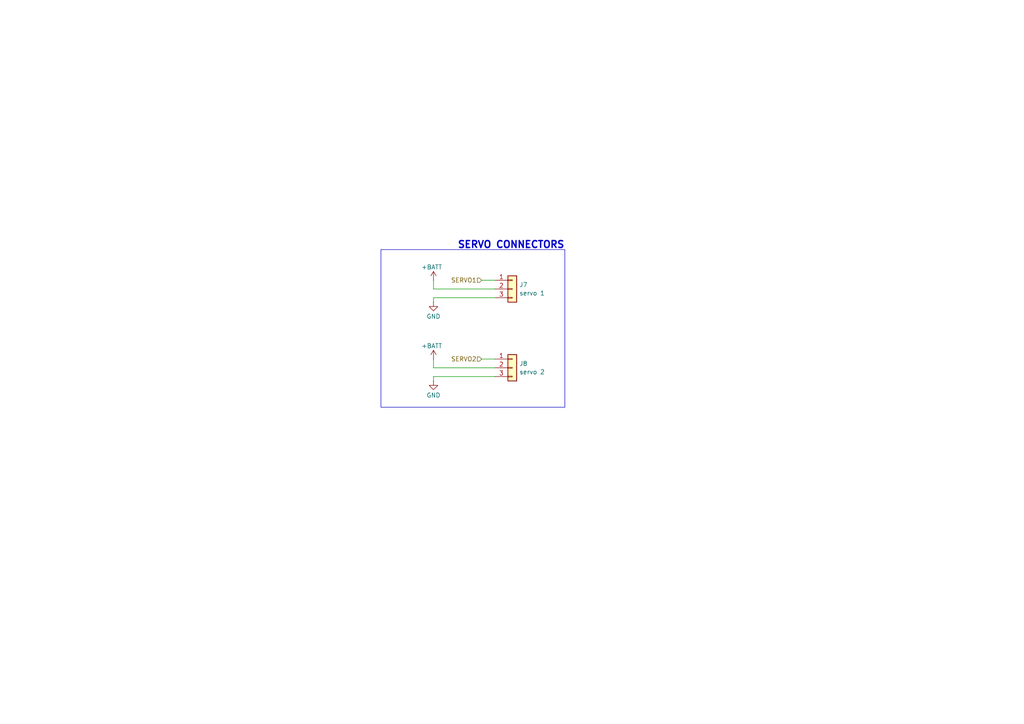
<source format=kicad_sch>
(kicad_sch (version 20250114) (generator "eeschema") (generator_version "9.0")
  (paper "A4")
  (title_block (title "Ant Robot control board") (date "2025-09-18") (rev "2.0") (company "Filippo Castellan"))
  (lib_symbols
    (symbol "Connector_Generic:Conn_01x03" (pin_names (offset 1.016) (hide yes))
      (property "Reference" "J" (at 0 5.08 0))
      (property "Value" "Conn_01x03" (at 0 -5.08 0))
      (symbol "Conn_01x03_1_1"
        (rectangle (start -1.27 3.81) (end 1.27 -3.81) (stroke (width 0.254)) (fill (type background)))
        (rectangle (start -1.27 2.667) (end 0 2.413) (stroke (width 0.1524)))
        (rectangle (start -1.27 0.127) (end 0 -0.127) (stroke (width 0.1524)))
        (rectangle (start -1.27 -2.413) (end 0 -2.667) (stroke (width 0.1524)))
        (pin passive line (at -5.08 2.54 0) (length 3.81) (name "Pin_1") (number "1"))
        (pin passive line (at -5.08 0 0) (length 3.81) (name "Pin_2") (number "2"))
        (pin passive line (at -5.08 -2.54 0) (length 3.81) (name "Pin_3") (number "3"))
      )
    )
    (symbol "power:+BATT" (power) (pin_numbers (hide yes)) (pin_names (offset 0) (hide yes))
      (property "Value" "+BATT" (at 0 3.556 0))
      (symbol "+BATT_0_1"
        (polyline (pts (xy -0.762 1.27) (xy 0 2.54)))
        (polyline (pts (xy 0 2.54) (xy 0.762 1.27)))
        (polyline (pts (xy 0 0) (xy 0 2.54)))
      )
      (symbol "+BATT_1_1"
        (pin power_in line (at 0 0 90) (length 0) (name "~") (number "1"))
      )
    )
    (symbol "power:GND" (power) (pin_numbers (hide yes)) (pin_names (offset 0) (hide yes))
      (property "Value" "GND" (at 0 -3.81 0))
      (symbol "GND_0_1"
        (polyline (pts (xy 0 0) (xy 0 -1.27) (xy 1.27 -1.27) (xy 0 -2.54) (xy -1.27 -1.27) (xy 0 -1.27)))
      )
      (symbol "GND_1_1"
        (pin power_in line (at 0 0 270) (length 0) (name "~") (number "1"))
      )
    )
  )
  (rectangle (start 110.49 72.39) (end 163.83 118.11))
  (text "SERVO CONNECTORS" (at 163.83 71.12 0) (effects (font (size 2 2) (thickness 0.4) (bold yes)) (justify right)))
  (wire (pts (xy 125.73 83.82) (xy 143.51 83.82)))
  (wire (pts (xy 143.51 109.22) (xy 125.73 109.22)))
  (wire (pts (xy 125.73 106.68) (xy 143.51 106.68)))
  (wire (pts (xy 139.7 81.28) (xy 143.51 81.28)))
  (wire (pts (xy 125.73 86.36) (xy 143.51 86.36)))
  (wire (pts (xy 125.73 81.28) (xy 125.73 83.82)))
  (wire (pts (xy 125.73 86.36) (xy 125.73 87.63)))
  (wire (pts (xy 139.7 104.14) (xy 143.51 104.14)))
  (wire (pts (xy 125.73 104.14) (xy 125.73 106.68)))
  (wire (pts (xy 125.73 109.22) (xy 125.73 110.49)))
  (hierarchical_label "SERVO1" (shape input) (at 139.7 81.28 180))
  (hierarchical_label "SERVO2" (shape input) (at 139.7 104.14 180))
  (symbol (lib_id "Connector_Generic:Conn_01x03") (at 148.59 83.82 0) (unit 1) (in_bom no)
    (property "Reference" "J7" (at 150.622 82.5972 0) (effects (justify left)))
    (property "Value" "servo 1" (at 150.622 85.0428 0) (effects (justify left)))
    (property "Footprint" "_MY_connectors:01x03_TH_pad_renforced" (effects (hide yes)))
    (property "Description" "Generic connector, single row, 01x03, script generated (kicad-library-utils/schlib/autogen/connector/)" (effects (hide yes)))
  )
  (symbol (lib_id "power:+BATT") (at 125.73 81.28 0) (mirror y) (unit 1)
    (property "Reference" "#PWR022" (effects (hide yes)))
    (property "Value" "+BATT" (at 128.27 77.47 0) (effects (justify left)))
    (property "Description" "Power symbol creates a global label with name \"+BATT\"" (effects (hide yes)))
  )
  (symbol (lib_id "power:GND") (at 125.73 87.63 0) (unit 1)
    (property "Reference" "#PWR023" (effects (hide yes)))
    (property "Value" "GND" (at 125.73 91.7837 0))
    (property "Description" "Power symbol creates a global label with name \"GND\" , ground" (effects (hide yes)))
  )
  (symbol (lib_id "power:GND") (at 125.73 110.49 0) (unit 1)
    (property "Reference" "#PWR025" (effects (hide yes)))
    (property "Value" "GND" (at 125.73 114.6437 0))
    (property "Description" "Power symbol creates a global label with name \"GND\" , ground" (effects (hide yes)))
  )
  (symbol (lib_id "power:+BATT") (at 125.73 104.14 0) (mirror y) (unit 1)
    (property "Reference" "#PWR024" (effects (hide yes)))
    (property "Value" "+BATT" (at 128.27 100.33 0) (effects (justify left)))
    (property "Description" "Power symbol creates a global label with name \"+BATT\"" (effects (hide yes)))
  )
  (symbol (lib_id "Connector_Generic:Conn_01x03") (at 148.59 106.68 0) (unit 1) (in_bom no)
    (property "Reference" "J8" (at 150.622 105.4572 0) (effects (justify left)))
    (property "Value" "servo 2" (at 150.622 107.9028 0) (effects (justify left)))
    (property "Footprint" "_MY_connectors:01x03_TH_pad_renforced" (effects (hide yes)))
    (property "Description" "Generic connector, single row, 01x03, script generated (kicad-library-utils/schlib/autogen/connector/)" (effects (hide yes)))
  )
)
</source>
